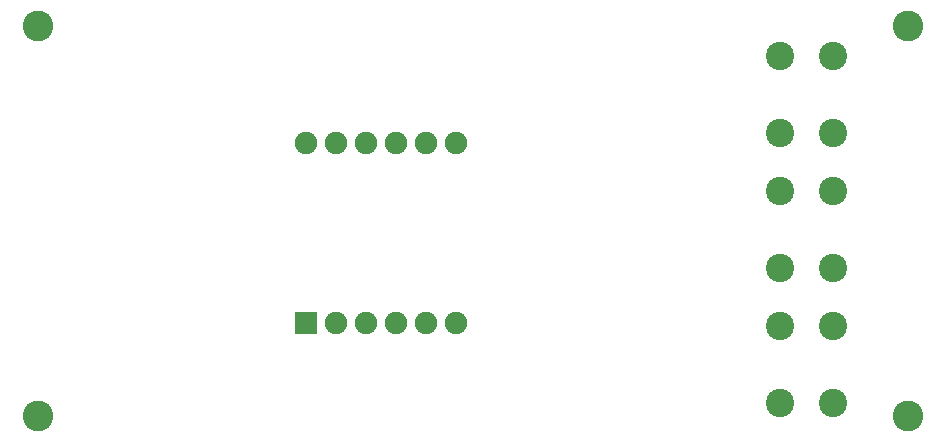
<source format=gbr>
G04 #@! TF.GenerationSoftware,KiCad,Pcbnew,5.0.0+dfsg1-2~bpo9+1*
G04 #@! TF.CreationDate,2018-09-21T22:54:25+03:00*
G04 #@! TF.ProjectId,client,636C69656E742E6B696361645F706362,rev?*
G04 #@! TF.SameCoordinates,Original*
G04 #@! TF.FileFunction,Soldermask,Top*
G04 #@! TF.FilePolarity,Negative*
%FSLAX46Y46*%
G04 Gerber Fmt 4.6, Leading zero omitted, Abs format (unit mm)*
G04 Created by KiCad (PCBNEW 5.0.0+dfsg1-2~bpo9+1) date Fri Sep 21 22:54:25 2018*
%MOMM*%
%LPD*%
G01*
G04 APERTURE LIST*
%ADD10C,2.400000*%
%ADD11C,1.900000*%
%ADD12R,1.900000X1.900000*%
%ADD13C,2.600000*%
G04 APERTURE END LIST*
D10*
G04 #@! TO.C,SW1*
X160020000Y-44600000D03*
X155520000Y-44600000D03*
X160020000Y-38100000D03*
X155520000Y-38100000D03*
G04 #@! TD*
G04 #@! TO.C,SW2*
X160020000Y-56030000D03*
X155520000Y-56030000D03*
X160020000Y-49530000D03*
X155520000Y-49530000D03*
G04 #@! TD*
G04 #@! TO.C,SW3*
X160020000Y-67460000D03*
X155520000Y-67460000D03*
X160020000Y-60960000D03*
X155520000Y-60960000D03*
G04 #@! TD*
D11*
G04 #@! TO.C,U2*
X115443000Y-45466000D03*
X117983000Y-45466000D03*
X120523000Y-45466000D03*
X123063000Y-45466000D03*
X125603000Y-45466000D03*
X128143000Y-45466000D03*
X128143000Y-60706000D03*
X125603000Y-60706000D03*
X123063000Y-60706000D03*
X120523000Y-60706000D03*
X117983000Y-60706000D03*
D12*
X115443000Y-60706000D03*
G04 #@! TD*
D13*
G04 #@! TO.C,REF3*
X166370000Y-35560000D03*
G04 #@! TD*
G04 #@! TO.C,REF*
X166370000Y-68580000D03*
G04 #@! TD*
G04 #@! TO.C,REF2*
X92710000Y-68580000D03*
G04 #@! TD*
G04 #@! TO.C,REF1*
X92710000Y-35560000D03*
G04 #@! TD*
M02*

</source>
